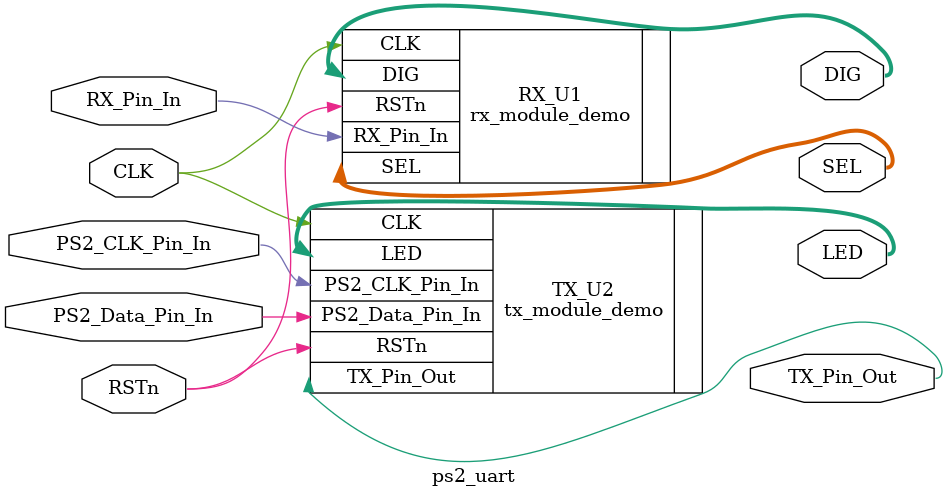
<source format=v>
module ps2_uart 
(
	CLK,RSTn,
	
	RX_Pin_In,
	PS2_CLK_Pin_In, 
	PS2_Data_Pin_In,
	
	TX_Pin_Out,
	LED,
	DIG,SEL

);
	 input CLK;
	 input RSTn;
	 input PS2_CLK_Pin_In, PS2_Data_Pin_In;
	 input RX_Pin_In;
	 
	 output TX_Pin_Out;
	 output [3:0]LED; 
	 output [7:0]DIG;
	 output [5:0]SEL;
	 
	 rx_module_demo RX_U1
	 (
		.CLK( CLK ),
		.RSTn( RSTn ),
		.RX_Pin_In(RX_Pin_In),
		.SEL( SEL ),
		.DIG( DIG )	
	 );
//module rx_module_demo
//(
//    CLK, RSTn,
//	 RX_Pin_In,
//	 DIG,SEL
//);
	
	tx_module_demo TX_U2
	(
		.CLK( CLK ),
		.RSTn( RSTn ),
		.PS2_CLK_Pin_In( PS2_CLK_Pin_In ), 
		.PS2_Data_Pin_In( PS2_Data_Pin_In ),
		.TX_Pin_Out(TX_Pin_Out),
		.LED(LED)
	);
//module tx_module_demo
//(
//    CLK, RSTn,
//	 PS2_CLK_Pin_In, PS2_Data_Pin_In,
//	 TX_Pin_Out,
//	 LED
//);


endmodule


</source>
